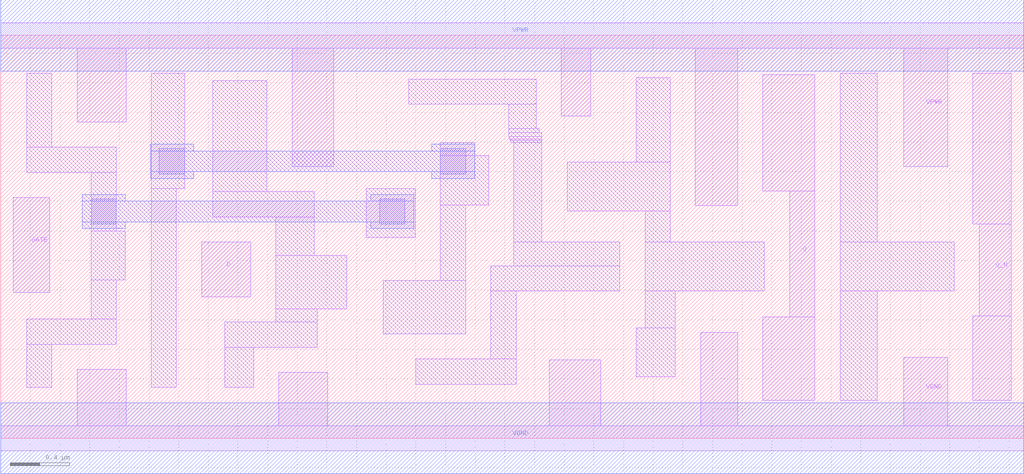
<source format=lef>
# Copyright 2020 The SkyWater PDK Authors
#
# Licensed under the Apache License, Version 2.0 (the "License");
# you may not use this file except in compliance with the License.
# You may obtain a copy of the License at
#
#     https://www.apache.org/licenses/LICENSE-2.0
#
# Unless required by applicable law or agreed to in writing, software
# distributed under the License is distributed on an "AS IS" BASIS,
# WITHOUT WARRANTIES OR CONDITIONS OF ANY KIND, either express or implied.
# See the License for the specific language governing permissions and
# limitations under the License.
#
# SPDX-License-Identifier: Apache-2.0

VERSION 5.5 ;
NAMESCASESENSITIVE ON ;
BUSBITCHARS "[]" ;
DIVIDERCHAR "/" ;
MACRO sky130_fd_sc_hd__dlxbp_1
  CLASS CORE ;
  SOURCE USER ;
  ORIGIN  0.000000  0.000000 ;
  SIZE  6.900000 BY  2.720000 ;
  SYMMETRY X Y R90 ;
  SITE unithd ;
  PIN D
    ANTENNAGATEAREA  0.159000 ;
    DIRECTION INPUT ;
    USE SIGNAL ;
    PORT
      LAYER li1 ;
        RECT 1.355000 0.955000 1.685000 1.325000 ;
    END
  END D
  PIN Q
    ANTENNADIFFAREA  0.429000 ;
    DIRECTION OUTPUT ;
    USE SIGNAL ;
    PORT
      LAYER li1 ;
        RECT 5.140000 0.255000 5.490000 0.820000 ;
        RECT 5.140000 1.670000 5.490000 2.455000 ;
        RECT 5.320000 0.820000 5.490000 1.670000 ;
    END
  END Q
  PIN Q_N
    ANTENNADIFFAREA  0.429000 ;
    DIRECTION OUTPUT ;
    USE SIGNAL ;
    PORT
      LAYER li1 ;
        RECT 6.555000 0.255000 6.815000 0.825000 ;
        RECT 6.555000 1.445000 6.815000 2.465000 ;
        RECT 6.600000 0.825000 6.815000 1.445000 ;
    END
  END Q_N
  PIN GATE
    ANTENNAGATEAREA  0.159000 ;
    DIRECTION INPUT ;
    USE CLOCK ;
    PORT
      LAYER li1 ;
        RECT 0.085000 0.985000 0.330000 1.625000 ;
    END
  END GATE
  PIN VGND
    DIRECTION INOUT ;
    SHAPE ABUTMENT ;
    USE GROUND ;
    PORT
      LAYER li1 ;
        RECT 0.000000 -0.085000 6.900000 0.085000 ;
        RECT 0.515000  0.085000 0.845000 0.465000 ;
        RECT 1.875000  0.085000 2.205000 0.445000 ;
        RECT 3.700000  0.085000 4.045000 0.530000 ;
        RECT 4.720000  0.085000 4.970000 0.715000 ;
        RECT 6.090000  0.085000 6.385000 0.545000 ;
    END
    PORT
      LAYER met1 ;
        RECT 0.000000 -0.240000 6.900000 0.240000 ;
    END
  END VGND
  PIN VNB
    DIRECTION INOUT ;
    USE GROUND ;
    PORT
    END
  END VNB
  PIN VPB
    DIRECTION INOUT ;
    USE POWER ;
    PORT
    END
  END VPB
  PIN VPWR
    DIRECTION INOUT ;
    SHAPE ABUTMENT ;
    USE POWER ;
    PORT
      LAYER li1 ;
        RECT 0.000000 2.635000 6.900000 2.805000 ;
        RECT 0.515000 2.135000 0.845000 2.635000 ;
        RECT 1.965000 1.835000 2.245000 2.635000 ;
        RECT 3.780000 2.175000 3.980000 2.635000 ;
        RECT 4.685000 1.570000 4.970000 2.635000 ;
        RECT 6.090000 1.835000 6.385000 2.635000 ;
    END
    PORT
      LAYER met1 ;
        RECT 0.000000 2.480000 6.900000 2.960000 ;
    END
  END VPWR
  OBS
    LAYER li1 ;
      RECT 0.175000 0.345000 0.345000 0.635000 ;
      RECT 0.175000 0.635000 0.780000 0.805000 ;
      RECT 0.175000 1.795000 0.780000 1.965000 ;
      RECT 0.175000 1.965000 0.345000 2.465000 ;
      RECT 0.610000 0.805000 0.780000 1.070000 ;
      RECT 0.610000 1.070000 0.840000 1.400000 ;
      RECT 0.610000 1.400000 0.780000 1.795000 ;
      RECT 1.015000 0.345000 1.185000 1.685000 ;
      RECT 1.015000 1.685000 1.240000 2.465000 ;
      RECT 1.430000 1.495000 2.115000 1.665000 ;
      RECT 1.430000 1.665000 1.795000 2.415000 ;
      RECT 1.510000 0.345000 1.705000 0.615000 ;
      RECT 1.510000 0.615000 2.135000 0.785000 ;
      RECT 1.855000 0.785000 2.135000 0.875000 ;
      RECT 1.855000 0.875000 2.335000 1.235000 ;
      RECT 1.855000 1.235000 2.115000 1.495000 ;
      RECT 2.465000 1.355000 2.795000 1.685000 ;
      RECT 2.580000 0.705000 3.135000 1.065000 ;
      RECT 2.750000 2.255000 3.610000 2.425000 ;
      RECT 2.800000 0.365000 3.475000 0.535000 ;
      RECT 2.965000 1.065000 3.135000 1.575000 ;
      RECT 2.965000 1.575000 3.290000 1.910000 ;
      RECT 2.965000 1.910000 3.195000 1.995000 ;
      RECT 3.305000 0.535000 3.475000 0.995000 ;
      RECT 3.305000 0.995000 4.175000 1.165000 ;
      RECT 3.425000 2.035000 3.650000 2.065000 ;
      RECT 3.425000 2.065000 3.630000 2.090000 ;
      RECT 3.425000 2.090000 3.610000 2.255000 ;
      RECT 3.430000 2.020000 3.650000 2.035000 ;
      RECT 3.435000 2.010000 3.650000 2.020000 ;
      RECT 3.440000 1.995000 3.650000 2.010000 ;
      RECT 3.460000 1.165000 4.175000 1.325000 ;
      RECT 3.460000 1.325000 3.650000 1.995000 ;
      RECT 3.820000 1.535000 4.515000 1.865000 ;
      RECT 4.285000 0.415000 4.550000 0.745000 ;
      RECT 4.285000 1.865000 4.515000 2.435000 ;
      RECT 4.345000 0.745000 4.550000 0.995000 ;
      RECT 4.345000 0.995000 5.150000 1.325000 ;
      RECT 4.345000 1.325000 4.515000 1.535000 ;
      RECT 5.660000 0.255000 5.910000 0.995000 ;
      RECT 5.660000 0.995000 6.430000 1.325000 ;
      RECT 5.660000 1.325000 5.910000 2.465000 ;
    LAYER mcon ;
      RECT 0.610000 1.445000 0.780000 1.615000 ;
      RECT 1.070000 1.785000 1.240000 1.955000 ;
      RECT 2.555000 1.445000 2.725000 1.615000 ;
      RECT 2.965000 1.785000 3.135000 1.955000 ;
    LAYER met1 ;
      RECT 0.550000 1.415000 0.840000 1.460000 ;
      RECT 0.550000 1.460000 2.785000 1.600000 ;
      RECT 0.550000 1.600000 0.840000 1.645000 ;
      RECT 1.010000 1.755000 1.300000 1.800000 ;
      RECT 1.010000 1.800000 3.195000 1.940000 ;
      RECT 1.010000 1.940000 1.300000 1.985000 ;
      RECT 2.495000 1.415000 2.785000 1.460000 ;
      RECT 2.495000 1.600000 2.785000 1.645000 ;
      RECT 2.905000 1.755000 3.195000 1.800000 ;
      RECT 2.905000 1.940000 3.195000 1.985000 ;
  END
END sky130_fd_sc_hd__dlxbp_1
END LIBRARY

</source>
